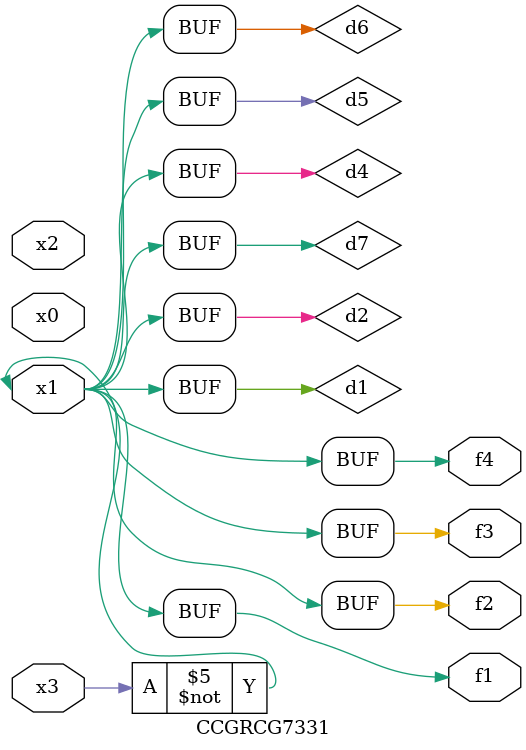
<source format=v>
module CCGRCG7331(
	input x0, x1, x2, x3,
	output f1, f2, f3, f4
);

	wire d1, d2, d3, d4, d5, d6, d7;

	not (d1, x3);
	buf (d2, x1);
	xnor (d3, d1, d2);
	nor (d4, d1);
	buf (d5, d1, d2);
	buf (d6, d4, d5);
	nand (d7, d4);
	assign f1 = d6;
	assign f2 = d7;
	assign f3 = d6;
	assign f4 = d6;
endmodule

</source>
